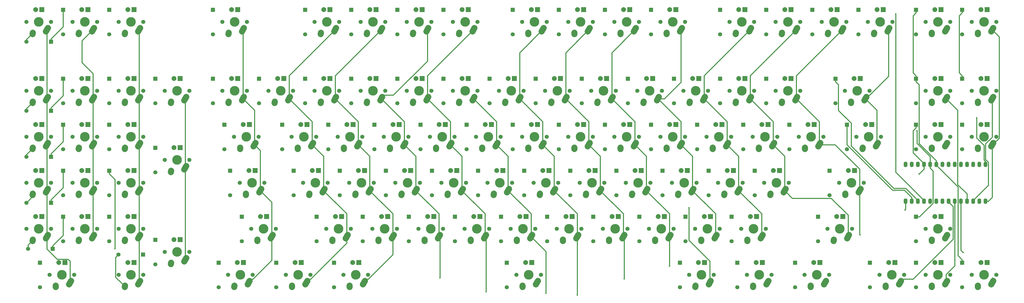
<source format=gbl>
G04 #@! TF.FileFunction,Copper,L2,Bot,Signal*
%FSLAX46Y46*%
G04 Gerber Fmt 4.6, Leading zero omitted, Abs format (unit mm)*
G04 Created by KiCad (PCBNEW 4.0.2-stable) date Sunday, June 05, 2016 'AMt' 11:31:22 AM*
%MOMM*%
G01*
G04 APERTURE LIST*
%ADD10C,0.150000*%
%ADD11C,1.699260*%
%ADD12R,1.699260X1.699260*%
%ADD13C,3.987810*%
%ADD14C,1.701810*%
%ADD15C,2.500000*%
%ADD16R,2.000000X2.000000*%
%ADD17C,2.000000*%
%ADD18O,1.600000X2.300000*%
%ADD19C,0.609600*%
%ADD20C,0.381000*%
G04 APERTURE END LIST*
D10*
D11*
X286277540Y-119460520D03*
D12*
X286277540Y-109300520D03*
D11*
X419627540Y-138510520D03*
D12*
X419627540Y-128350520D03*
D13*
X428625000Y-133350000D03*
D14*
X433705000Y-133350000D03*
X423545000Y-133350000D03*
D15*
X431624547Y-137349954D02*
X432435453Y-135890046D01*
X426085276Y-138429328D02*
X426124724Y-137850672D01*
D16*
X429895000Y-128270000D03*
D17*
X427355000Y-128270000D03*
D11*
X400577540Y-138510520D03*
D12*
X400577540Y-128350520D03*
D13*
X409575000Y-133350000D03*
D14*
X414655000Y-133350000D03*
X404495000Y-133350000D03*
D15*
X412574547Y-137349954D02*
X413385453Y-135890046D01*
X407035276Y-138429328D02*
X407074724Y-137850672D01*
D16*
X410845000Y-128270000D03*
D17*
X408305000Y-128270000D03*
D11*
X381527540Y-138510520D03*
D12*
X381527540Y-128350520D03*
D13*
X390525000Y-133350000D03*
D14*
X395605000Y-133350000D03*
X385445000Y-133350000D03*
D15*
X393524547Y-137349954D02*
X394335453Y-135890046D01*
X387985276Y-138429328D02*
X388024724Y-137850672D01*
D16*
X391795000Y-128270000D03*
D17*
X389255000Y-128270000D03*
D11*
X350571290Y-138510520D03*
D12*
X350571290Y-128350520D03*
D13*
X359568750Y-133350000D03*
D14*
X364648750Y-133350000D03*
X354488750Y-133350000D03*
D15*
X362568297Y-137349954D02*
X363379203Y-135890046D01*
X357029026Y-138429328D02*
X357068474Y-137850672D01*
D16*
X360838750Y-128270000D03*
D17*
X358298750Y-128270000D03*
D11*
X326758790Y-138510520D03*
D12*
X326758790Y-128350520D03*
D13*
X335756250Y-133350000D03*
D14*
X340836250Y-133350000D03*
X330676250Y-133350000D03*
D15*
X338755797Y-137349954D02*
X339566703Y-135890046D01*
X333216526Y-138429328D02*
X333255974Y-137850672D01*
D16*
X337026250Y-128270000D03*
D17*
X334486250Y-128270000D03*
D11*
X303000000Y-138510520D03*
D12*
X303000000Y-128350520D03*
D13*
X311943750Y-133350000D03*
D14*
X317023750Y-133350000D03*
X306863750Y-133350000D03*
D15*
X314943297Y-137349954D02*
X315754203Y-135890046D01*
X309404026Y-138429328D02*
X309443474Y-137850672D01*
D16*
X313213750Y-128270000D03*
D17*
X310673750Y-128270000D03*
D11*
X231508790Y-138510520D03*
D12*
X231508790Y-128350520D03*
D13*
X240506250Y-133350000D03*
D14*
X245586250Y-133350000D03*
X235426250Y-133350000D03*
D15*
X243505797Y-137349954D02*
X244316703Y-135890046D01*
X237966526Y-138429328D02*
X238005974Y-137850672D01*
D16*
X241776250Y-128270000D03*
D17*
X239236250Y-128270000D03*
D11*
X160071290Y-138510520D03*
D12*
X160071290Y-128350520D03*
D13*
X169068750Y-133350000D03*
D14*
X174148750Y-133350000D03*
X163988750Y-133350000D03*
D15*
X172068297Y-137349954D02*
X172879203Y-135890046D01*
X166529026Y-138429328D02*
X166568474Y-137850672D01*
D16*
X170338750Y-128270000D03*
D17*
X167798750Y-128270000D03*
D11*
X136258790Y-138510520D03*
D12*
X136258790Y-128350520D03*
D13*
X145256250Y-133350000D03*
D14*
X150336250Y-133350000D03*
X140176250Y-133350000D03*
D15*
X148255797Y-137349954D02*
X149066703Y-135890046D01*
X142716526Y-138429328D02*
X142755974Y-137850672D01*
D16*
X146526250Y-128270000D03*
D17*
X143986250Y-128270000D03*
D11*
X112446290Y-138510520D03*
D12*
X112446290Y-128350520D03*
D13*
X121443750Y-133350000D03*
D14*
X126523750Y-133350000D03*
X116363750Y-133350000D03*
D15*
X124443297Y-137349954D02*
X125254203Y-135890046D01*
X118904026Y-138429328D02*
X118943474Y-137850672D01*
D16*
X122713750Y-128270000D03*
D17*
X120173750Y-128270000D03*
D11*
X71000000Y-125000000D03*
D12*
X81160000Y-125000000D03*
D13*
X76200000Y-133350000D03*
D14*
X81280000Y-133350000D03*
X71120000Y-133350000D03*
D15*
X79199547Y-137349954D02*
X80010453Y-135890046D01*
X73660276Y-138429328D02*
X73699724Y-137850672D01*
D16*
X77470000Y-128270000D03*
D17*
X74930000Y-128270000D03*
D11*
X38627540Y-138510520D03*
D12*
X38627540Y-128350520D03*
D13*
X47625000Y-133350000D03*
D14*
X52705000Y-133350000D03*
X42545000Y-133350000D03*
D15*
X50624547Y-137349954D02*
X51435453Y-135890046D01*
X45085276Y-138429328D02*
X45124724Y-137850672D01*
D16*
X48895000Y-128270000D03*
D17*
X46355000Y-128270000D03*
D11*
X400577540Y-119460520D03*
D12*
X400577540Y-109300520D03*
D13*
X409575000Y-114300000D03*
D14*
X414655000Y-114300000D03*
X404495000Y-114300000D03*
D15*
X412574547Y-118299954D02*
X413385453Y-116840046D01*
X407035276Y-119379328D02*
X407074724Y-118800672D01*
D16*
X410845000Y-109220000D03*
D17*
X408305000Y-109220000D03*
D11*
X360096290Y-119460520D03*
D12*
X360096290Y-109300520D03*
D13*
X369093750Y-114300000D03*
D14*
X374173750Y-114300000D03*
X364013750Y-114300000D03*
D15*
X372093297Y-118299954D02*
X372904203Y-116840046D01*
X366554026Y-119379328D02*
X366593474Y-118800672D01*
D16*
X370363750Y-109220000D03*
D17*
X367823750Y-109220000D03*
D11*
X324377540Y-119460520D03*
D12*
X324377540Y-109300520D03*
D13*
X333375000Y-114300000D03*
D14*
X338455000Y-114300000D03*
X328295000Y-114300000D03*
D15*
X336374547Y-118299954D02*
X337185453Y-116840046D01*
X330835276Y-119379328D02*
X330874724Y-118800672D01*
D16*
X334645000Y-109220000D03*
D17*
X332105000Y-109220000D03*
D11*
X305327540Y-119460520D03*
D12*
X305327540Y-109300520D03*
D13*
X314325000Y-114300000D03*
D14*
X319405000Y-114300000D03*
X309245000Y-114300000D03*
D15*
X317324547Y-118299954D02*
X318135453Y-116840046D01*
X311785276Y-119379328D02*
X311824724Y-118800672D01*
D16*
X315595000Y-109220000D03*
D17*
X313055000Y-109220000D03*
D13*
X295275000Y-114300000D03*
D14*
X300355000Y-114300000D03*
X290195000Y-114300000D03*
D15*
X298274547Y-118299954D02*
X299085453Y-116840046D01*
X292735276Y-119379328D02*
X292774724Y-118800672D01*
D16*
X296545000Y-109220000D03*
D17*
X294005000Y-109220000D03*
D11*
X267227540Y-119460520D03*
D12*
X267227540Y-109300520D03*
D13*
X276225000Y-114300000D03*
D14*
X281305000Y-114300000D03*
X271145000Y-114300000D03*
D15*
X279224547Y-118299954D02*
X280035453Y-116840046D01*
X273685276Y-119379328D02*
X273724724Y-118800672D01*
D16*
X277495000Y-109220000D03*
D17*
X274955000Y-109220000D03*
D11*
X248177540Y-119460520D03*
D12*
X248177540Y-109300520D03*
D13*
X257175000Y-114300000D03*
D14*
X262255000Y-114300000D03*
X252095000Y-114300000D03*
D15*
X260174547Y-118299954D02*
X260985453Y-116840046D01*
X254635276Y-119379328D02*
X254674724Y-118800672D01*
D16*
X258445000Y-109220000D03*
D17*
X255905000Y-109220000D03*
D11*
X229127540Y-119460520D03*
D12*
X229127540Y-109300520D03*
D13*
X238125000Y-114300000D03*
D14*
X243205000Y-114300000D03*
X233045000Y-114300000D03*
D15*
X241124547Y-118299954D02*
X241935453Y-116840046D01*
X235585276Y-119379328D02*
X235624724Y-118800672D01*
D16*
X239395000Y-109220000D03*
D17*
X236855000Y-109220000D03*
D11*
X210077540Y-119460520D03*
D12*
X210077540Y-109300520D03*
D13*
X219075000Y-114300000D03*
D14*
X224155000Y-114300000D03*
X213995000Y-114300000D03*
D15*
X222074547Y-118299954D02*
X222885453Y-116840046D01*
X216535276Y-119379328D02*
X216574724Y-118800672D01*
D16*
X220345000Y-109220000D03*
D17*
X217805000Y-109220000D03*
D11*
X191027540Y-119460520D03*
D12*
X191027540Y-109300520D03*
D13*
X200025000Y-114300000D03*
D14*
X205105000Y-114300000D03*
X194945000Y-114300000D03*
D15*
X203024547Y-118299954D02*
X203835453Y-116840046D01*
X197485276Y-119379328D02*
X197524724Y-118800672D01*
D16*
X201295000Y-109220000D03*
D17*
X198755000Y-109220000D03*
D11*
X171977540Y-119460520D03*
D12*
X171977540Y-109300520D03*
D13*
X180975000Y-114300000D03*
D14*
X186055000Y-114300000D03*
X175895000Y-114300000D03*
D15*
X183974547Y-118299954D02*
X184785453Y-116840046D01*
X178435276Y-119379328D02*
X178474724Y-118800672D01*
D16*
X182245000Y-109220000D03*
D17*
X179705000Y-109220000D03*
D11*
X152927540Y-119460520D03*
D12*
X152927540Y-109300520D03*
D13*
X161925000Y-114300000D03*
D14*
X167005000Y-114300000D03*
X156845000Y-114300000D03*
D15*
X164924547Y-118299954D02*
X165735453Y-116840046D01*
X159385276Y-119379328D02*
X159424724Y-118800672D01*
D16*
X163195000Y-109220000D03*
D17*
X160655000Y-109220000D03*
D11*
X121971290Y-119460520D03*
D12*
X121971290Y-109300520D03*
D13*
X130968750Y-114300000D03*
D14*
X136048750Y-114300000D03*
X125888750Y-114300000D03*
D15*
X133968297Y-118299954D02*
X134779203Y-116840046D01*
X128429026Y-119379328D02*
X128468474Y-118800672D01*
D16*
X132238750Y-109220000D03*
D17*
X129698750Y-109220000D03*
D11*
X86252540Y-128985520D03*
D12*
X86252540Y-118825520D03*
D13*
X95250000Y-123825000D03*
D14*
X100330000Y-123825000D03*
X90170000Y-123825000D03*
D15*
X98249547Y-127824954D02*
X99060453Y-126365046D01*
X92710276Y-128904328D02*
X92749724Y-128325672D01*
D16*
X96520000Y-118745000D03*
D17*
X93980000Y-118745000D03*
D11*
X67202540Y-119460520D03*
D12*
X67202540Y-109300520D03*
D13*
X76200000Y-114300000D03*
D14*
X81280000Y-114300000D03*
X71120000Y-114300000D03*
D15*
X79199547Y-118299954D02*
X80010453Y-116840046D01*
X73660276Y-119379328D02*
X73699724Y-118800672D01*
D16*
X77470000Y-109220000D03*
D17*
X74930000Y-109220000D03*
D11*
X48152540Y-119460520D03*
D12*
X48152540Y-109300520D03*
D13*
X57150000Y-114300000D03*
D14*
X62230000Y-114300000D03*
X52070000Y-114300000D03*
D15*
X60149547Y-118299954D02*
X60960453Y-116840046D01*
X54610276Y-119379328D02*
X54649724Y-118800672D01*
D16*
X58420000Y-109220000D03*
D17*
X55880000Y-109220000D03*
D11*
X33655000Y-122555000D03*
D12*
X43815000Y-122555000D03*
D13*
X38100000Y-114300000D03*
D14*
X43180000Y-114300000D03*
X33020000Y-114300000D03*
D15*
X41099547Y-118299954D02*
X41910453Y-116840046D01*
X35560276Y-119379328D02*
X35599724Y-118800672D01*
D16*
X39370000Y-109220000D03*
D17*
X36830000Y-109220000D03*
D11*
X364858790Y-100410520D03*
D12*
X364858790Y-90250520D03*
D13*
X373856250Y-95250000D03*
D14*
X378936250Y-95250000D03*
X368776250Y-95250000D03*
D15*
X376855797Y-99249954D02*
X377666703Y-97790046D01*
X371316526Y-100329328D02*
X371355974Y-99750672D01*
D16*
X375126250Y-90170000D03*
D17*
X372586250Y-90170000D03*
D11*
X333902540Y-100410520D03*
D12*
X333902540Y-90250520D03*
D13*
X342900000Y-95250000D03*
D14*
X347980000Y-95250000D03*
X337820000Y-95250000D03*
D15*
X345899547Y-99249954D02*
X346710453Y-97790046D01*
X340360276Y-100329328D02*
X340399724Y-99750672D01*
D16*
X344170000Y-90170000D03*
D17*
X341630000Y-90170000D03*
D11*
X314852540Y-100410520D03*
D12*
X314852540Y-90250520D03*
D13*
X323850000Y-95250000D03*
D14*
X328930000Y-95250000D03*
X318770000Y-95250000D03*
D15*
X326849547Y-99249954D02*
X327660453Y-97790046D01*
X321310276Y-100329328D02*
X321349724Y-99750672D01*
D16*
X325120000Y-90170000D03*
D17*
X322580000Y-90170000D03*
D11*
X295802540Y-100410520D03*
D12*
X295802540Y-90250520D03*
D13*
X304800000Y-95250000D03*
D14*
X309880000Y-95250000D03*
X299720000Y-95250000D03*
D15*
X307799547Y-99249954D02*
X308610453Y-97790046D01*
X302260276Y-100329328D02*
X302299724Y-99750672D01*
D16*
X306070000Y-90170000D03*
D17*
X303530000Y-90170000D03*
D11*
X276752540Y-100410520D03*
D12*
X276752540Y-90250520D03*
D13*
X285750000Y-95250000D03*
D14*
X290830000Y-95250000D03*
X280670000Y-95250000D03*
D15*
X288749547Y-99249954D02*
X289560453Y-97790046D01*
X283210276Y-100329328D02*
X283249724Y-99750672D01*
D16*
X287020000Y-90170000D03*
D17*
X284480000Y-90170000D03*
D11*
X257702540Y-100410520D03*
D12*
X257702540Y-90250520D03*
D13*
X266700000Y-95250000D03*
D14*
X271780000Y-95250000D03*
X261620000Y-95250000D03*
D15*
X269699547Y-99249954D02*
X270510453Y-97790046D01*
X264160276Y-100329328D02*
X264199724Y-99750672D01*
D16*
X267970000Y-90170000D03*
D17*
X265430000Y-90170000D03*
D11*
X238652540Y-100410520D03*
D12*
X238652540Y-90250520D03*
D13*
X247650000Y-95250000D03*
D14*
X252730000Y-95250000D03*
X242570000Y-95250000D03*
D15*
X250649547Y-99249954D02*
X251460453Y-97790046D01*
X245110276Y-100329328D02*
X245149724Y-99750672D01*
D16*
X248920000Y-90170000D03*
D17*
X246380000Y-90170000D03*
D11*
X219602540Y-100410520D03*
D12*
X219602540Y-90250520D03*
D13*
X228600000Y-95250000D03*
D14*
X233680000Y-95250000D03*
X223520000Y-95250000D03*
D15*
X231599547Y-99249954D02*
X232410453Y-97790046D01*
X226060276Y-100329328D02*
X226099724Y-99750672D01*
D16*
X229870000Y-90170000D03*
D17*
X227330000Y-90170000D03*
D11*
X200552540Y-100410520D03*
D12*
X200552540Y-90250520D03*
D13*
X209550000Y-95250000D03*
D14*
X214630000Y-95250000D03*
X204470000Y-95250000D03*
D15*
X212549547Y-99249954D02*
X213360453Y-97790046D01*
X207010276Y-100329328D02*
X207049724Y-99750672D01*
D16*
X210820000Y-90170000D03*
D17*
X208280000Y-90170000D03*
D11*
X181502540Y-100410520D03*
D12*
X181502540Y-90250520D03*
D13*
X190500000Y-95250000D03*
D14*
X195580000Y-95250000D03*
X185420000Y-95250000D03*
D15*
X193499547Y-99249954D02*
X194310453Y-97790046D01*
X187960276Y-100329328D02*
X187999724Y-99750672D01*
D16*
X191770000Y-90170000D03*
D17*
X189230000Y-90170000D03*
D11*
X162452540Y-100410520D03*
D12*
X162452540Y-90250520D03*
D13*
X171450000Y-95250000D03*
D14*
X176530000Y-95250000D03*
X166370000Y-95250000D03*
D15*
X174449547Y-99249954D02*
X175260453Y-97790046D01*
X168910276Y-100329328D02*
X168949724Y-99750672D01*
D16*
X172720000Y-90170000D03*
D17*
X170180000Y-90170000D03*
D11*
X143402540Y-100410520D03*
D12*
X143402540Y-90250520D03*
D13*
X152400000Y-95250000D03*
D14*
X157480000Y-95250000D03*
X147320000Y-95250000D03*
D15*
X155399547Y-99249954D02*
X156210453Y-97790046D01*
X149860276Y-100329328D02*
X149899724Y-99750672D01*
D16*
X153670000Y-90170000D03*
D17*
X151130000Y-90170000D03*
D11*
X117208790Y-100410520D03*
D12*
X117208790Y-90250520D03*
D13*
X126206250Y-95250000D03*
D14*
X131286250Y-95250000D03*
X121126250Y-95250000D03*
D15*
X129205797Y-99249954D02*
X130016703Y-97790046D01*
X123666526Y-100329328D02*
X123705974Y-99750672D01*
D16*
X127476250Y-90170000D03*
D17*
X124936250Y-90170000D03*
D11*
X67202540Y-100410520D03*
D12*
X67202540Y-90250520D03*
D13*
X76200000Y-95250000D03*
D14*
X81280000Y-95250000D03*
X71120000Y-95250000D03*
D15*
X79199547Y-99249954D02*
X80010453Y-97790046D01*
X73660276Y-100329328D02*
X73699724Y-99750672D01*
D16*
X77470000Y-90170000D03*
D17*
X74930000Y-90170000D03*
D11*
X48152540Y-100410520D03*
D12*
X48152540Y-90250520D03*
D13*
X57150000Y-95250000D03*
D14*
X62230000Y-95250000D03*
X52070000Y-95250000D03*
D15*
X60149547Y-99249954D02*
X60960453Y-97790046D01*
X54610276Y-100329328D02*
X54649724Y-99750672D01*
D16*
X58420000Y-90170000D03*
D17*
X55880000Y-90170000D03*
D11*
X33020000Y-103505000D03*
D12*
X43180000Y-103505000D03*
D13*
X38100000Y-95250000D03*
D14*
X43180000Y-95250000D03*
X33020000Y-95250000D03*
D15*
X41099547Y-99249954D02*
X41910453Y-97790046D01*
X35560276Y-100329328D02*
X35599724Y-99750672D01*
D16*
X39370000Y-90170000D03*
D17*
X36830000Y-90170000D03*
D11*
X419627540Y-81360520D03*
D12*
X419627540Y-71200520D03*
D13*
X428625000Y-76200000D03*
D14*
X433705000Y-76200000D03*
X423545000Y-76200000D03*
D15*
X431624547Y-80199954D02*
X432435453Y-78740046D01*
X426085276Y-81279328D02*
X426124724Y-80700672D01*
D16*
X429895000Y-71120000D03*
D17*
X427355000Y-71120000D03*
D11*
X400577540Y-81360520D03*
D12*
X400577540Y-71200520D03*
D13*
X409575000Y-76200000D03*
D14*
X414655000Y-76200000D03*
X404495000Y-76200000D03*
D15*
X412574547Y-80199954D02*
X413385453Y-78740046D01*
X407035276Y-81279328D02*
X407074724Y-80700672D01*
D16*
X410845000Y-71120000D03*
D17*
X408305000Y-71120000D03*
D11*
X372002540Y-81360520D03*
D12*
X372002540Y-71200520D03*
D13*
X381000000Y-76200000D03*
D14*
X386080000Y-76200000D03*
X375920000Y-76200000D03*
D15*
X383999547Y-80199954D02*
X384810453Y-78740046D01*
X378460276Y-81279328D02*
X378499724Y-80700672D01*
D16*
X382270000Y-71120000D03*
D17*
X379730000Y-71120000D03*
D11*
X348190040Y-81360520D03*
D12*
X348190040Y-71200520D03*
D13*
X357187500Y-76200000D03*
D14*
X362267500Y-76200000D03*
X352107500Y-76200000D03*
D15*
X360187047Y-80199954D02*
X360997953Y-78740046D01*
X354647776Y-81279328D02*
X354687224Y-80700672D01*
D16*
X358457500Y-71120000D03*
D17*
X355917500Y-71120000D03*
D11*
X329140040Y-81360520D03*
D12*
X329140040Y-71200520D03*
D13*
X338137500Y-76200000D03*
D14*
X343217500Y-76200000D03*
X333057500Y-76200000D03*
D15*
X341137047Y-80199954D02*
X341947953Y-78740046D01*
X335597776Y-81279328D02*
X335637224Y-80700672D01*
D16*
X339407500Y-71120000D03*
D17*
X336867500Y-71120000D03*
D11*
X310090040Y-81360520D03*
D12*
X310090040Y-71200520D03*
D13*
X319087500Y-76200000D03*
D14*
X324167500Y-76200000D03*
X314007500Y-76200000D03*
D15*
X322087047Y-80199954D02*
X322897953Y-78740046D01*
X316547776Y-81279328D02*
X316587224Y-80700672D01*
D16*
X320357500Y-71120000D03*
D17*
X317817500Y-71120000D03*
D11*
X291040040Y-81360520D03*
D12*
X291040040Y-71200520D03*
D13*
X300037500Y-76200000D03*
D14*
X305117500Y-76200000D03*
X294957500Y-76200000D03*
D15*
X303037047Y-80199954D02*
X303847953Y-78740046D01*
X297497776Y-81279328D02*
X297537224Y-80700672D01*
D16*
X301307500Y-71120000D03*
D17*
X298767500Y-71120000D03*
D11*
X271990040Y-81360520D03*
D12*
X271990040Y-71200520D03*
D13*
X280987500Y-76200000D03*
D14*
X286067500Y-76200000D03*
X275907500Y-76200000D03*
D15*
X283987047Y-80199954D02*
X284797953Y-78740046D01*
X278447776Y-81279328D02*
X278487224Y-80700672D01*
D16*
X282257500Y-71120000D03*
D17*
X279717500Y-71120000D03*
D11*
X252940040Y-81360520D03*
D12*
X252940040Y-71200520D03*
D13*
X261937500Y-76200000D03*
D14*
X267017500Y-76200000D03*
X256857500Y-76200000D03*
D15*
X264937047Y-80199954D02*
X265747953Y-78740046D01*
X259397776Y-81279328D02*
X259437224Y-80700672D01*
D16*
X263207500Y-71120000D03*
D17*
X260667500Y-71120000D03*
D11*
X233890040Y-81360520D03*
D12*
X233890040Y-71200520D03*
D13*
X242887500Y-76200000D03*
D14*
X247967500Y-76200000D03*
X237807500Y-76200000D03*
D15*
X245887047Y-80199954D02*
X246697953Y-78740046D01*
X240347776Y-81279328D02*
X240387224Y-80700672D01*
D16*
X244157500Y-71120000D03*
D17*
X241617500Y-71120000D03*
D11*
X214840040Y-81360520D03*
D12*
X214840040Y-71200520D03*
D13*
X223837500Y-76200000D03*
D14*
X228917500Y-76200000D03*
X218757500Y-76200000D03*
D15*
X226837047Y-80199954D02*
X227647953Y-78740046D01*
X221297776Y-81279328D02*
X221337224Y-80700672D01*
D16*
X225107500Y-71120000D03*
D17*
X222567500Y-71120000D03*
D11*
X195790040Y-81360520D03*
D12*
X195790040Y-71200520D03*
D13*
X204787500Y-76200000D03*
D14*
X209867500Y-76200000D03*
X199707500Y-76200000D03*
D15*
X207787047Y-80199954D02*
X208597953Y-78740046D01*
X202247776Y-81279328D02*
X202287224Y-80700672D01*
D16*
X206057500Y-71120000D03*
D17*
X203517500Y-71120000D03*
D11*
X176740040Y-81360520D03*
D12*
X176740040Y-71200520D03*
D13*
X185737500Y-76200000D03*
D14*
X190817500Y-76200000D03*
X180657500Y-76200000D03*
D15*
X188737047Y-80199954D02*
X189547953Y-78740046D01*
X183197776Y-81279328D02*
X183237224Y-80700672D01*
D16*
X187007500Y-71120000D03*
D17*
X184467500Y-71120000D03*
D11*
X157690040Y-81360520D03*
D12*
X157690040Y-71200520D03*
D13*
X166687500Y-76200000D03*
D14*
X171767500Y-76200000D03*
X161607500Y-76200000D03*
D15*
X169687047Y-80199954D02*
X170497953Y-78740046D01*
X164147776Y-81279328D02*
X164187224Y-80700672D01*
D16*
X167957500Y-71120000D03*
D17*
X165417500Y-71120000D03*
D11*
X138640040Y-81360520D03*
D12*
X138640040Y-71200520D03*
D13*
X147637500Y-76200000D03*
D14*
X152717500Y-76200000D03*
X142557500Y-76200000D03*
D15*
X150637047Y-80199954D02*
X151447953Y-78740046D01*
X145097776Y-81279328D02*
X145137224Y-80700672D01*
D16*
X148907500Y-71120000D03*
D17*
X146367500Y-71120000D03*
D11*
X114827540Y-81360520D03*
D12*
X114827540Y-71200520D03*
D13*
X123825000Y-76200000D03*
D14*
X128905000Y-76200000D03*
X118745000Y-76200000D03*
D15*
X126824547Y-80199954D02*
X127635453Y-78740046D01*
X121285276Y-81279328D02*
X121324724Y-80700672D01*
D16*
X125095000Y-71120000D03*
D17*
X122555000Y-71120000D03*
D11*
X86252540Y-90885520D03*
D12*
X86252540Y-80725520D03*
D13*
X95250000Y-85725000D03*
D14*
X100330000Y-85725000D03*
X90170000Y-85725000D03*
D15*
X98249547Y-89724954D02*
X99060453Y-88265046D01*
X92710276Y-90804328D02*
X92749724Y-90225672D01*
D16*
X96520000Y-80645000D03*
D17*
X93980000Y-80645000D03*
D11*
X67202540Y-81360520D03*
D12*
X67202540Y-71200520D03*
D13*
X76200000Y-76200000D03*
D14*
X81280000Y-76200000D03*
X71120000Y-76200000D03*
D15*
X79199547Y-80199954D02*
X80010453Y-78740046D01*
X73660276Y-81279328D02*
X73699724Y-80700672D01*
D16*
X77470000Y-71120000D03*
D17*
X74930000Y-71120000D03*
D11*
X48152540Y-81360520D03*
D12*
X48152540Y-71200520D03*
D13*
X57150000Y-76200000D03*
D14*
X62230000Y-76200000D03*
X52070000Y-76200000D03*
D15*
X60149547Y-80199954D02*
X60960453Y-78740046D01*
X54610276Y-81279328D02*
X54649724Y-80700672D01*
D16*
X58420000Y-71120000D03*
D17*
X55880000Y-71120000D03*
D11*
X33020000Y-84455000D03*
D12*
X43180000Y-84455000D03*
D13*
X38100000Y-76200000D03*
D14*
X43180000Y-76200000D03*
X33020000Y-76200000D03*
D15*
X41099547Y-80199954D02*
X41910453Y-78740046D01*
X35560276Y-81279328D02*
X35599724Y-80700672D01*
D16*
X39370000Y-71120000D03*
D17*
X36830000Y-71120000D03*
D11*
X419627540Y-62310520D03*
D12*
X419627540Y-52150520D03*
D13*
X428625000Y-57150000D03*
D14*
X433705000Y-57150000D03*
X423545000Y-57150000D03*
D15*
X431624547Y-61149954D02*
X432435453Y-59690046D01*
X426085276Y-62229328D02*
X426124724Y-61650672D01*
D16*
X429895000Y-52070000D03*
D17*
X427355000Y-52070000D03*
D11*
X400577540Y-62310520D03*
D12*
X400577540Y-52150520D03*
D13*
X409575000Y-57150000D03*
D14*
X414655000Y-57150000D03*
X404495000Y-57150000D03*
D15*
X412574547Y-61149954D02*
X413385453Y-59690046D01*
X407035276Y-62229328D02*
X407074724Y-61650672D01*
D16*
X410845000Y-52070000D03*
D17*
X408305000Y-52070000D03*
D11*
X367240040Y-62310520D03*
D12*
X367240040Y-52150520D03*
D13*
X376237500Y-57150000D03*
D14*
X381317500Y-57150000D03*
X371157500Y-57150000D03*
D15*
X379237047Y-61149954D02*
X380047953Y-59690046D01*
X373697776Y-62229328D02*
X373737224Y-61650672D01*
D16*
X377507500Y-52070000D03*
D17*
X374967500Y-52070000D03*
D11*
X338665040Y-62310520D03*
D12*
X338665040Y-52150520D03*
D13*
X347662500Y-57150000D03*
D14*
X352742500Y-57150000D03*
X342582500Y-57150000D03*
D15*
X350662047Y-61149954D02*
X351472953Y-59690046D01*
X345122776Y-62229328D02*
X345162224Y-61650672D01*
D16*
X348932500Y-52070000D03*
D17*
X346392500Y-52070000D03*
D11*
X319615040Y-62310520D03*
D12*
X319615040Y-52150520D03*
D13*
X328612500Y-57150000D03*
D14*
X333692500Y-57150000D03*
X323532500Y-57150000D03*
D15*
X331612047Y-61149954D02*
X332422953Y-59690046D01*
X326072776Y-62229328D02*
X326112224Y-61650672D01*
D16*
X329882500Y-52070000D03*
D17*
X327342500Y-52070000D03*
D11*
X300565040Y-62310520D03*
D12*
X300565040Y-52150520D03*
D13*
X309562500Y-57150000D03*
D14*
X314642500Y-57150000D03*
X304482500Y-57150000D03*
D15*
X312562047Y-61149954D02*
X313372953Y-59690046D01*
X307022776Y-62229328D02*
X307062224Y-61650672D01*
D16*
X310832500Y-52070000D03*
D17*
X308292500Y-52070000D03*
D11*
X281515040Y-62310520D03*
D12*
X281515040Y-52150520D03*
D13*
X290512500Y-57150000D03*
D14*
X295592500Y-57150000D03*
X285432500Y-57150000D03*
D15*
X293512047Y-61149954D02*
X294322953Y-59690046D01*
X287972776Y-62229328D02*
X288012224Y-61650672D01*
D16*
X291782500Y-52070000D03*
D17*
X289242500Y-52070000D03*
D11*
X262465040Y-62310520D03*
D12*
X262465040Y-52150520D03*
D13*
X271462500Y-57150000D03*
D14*
X276542500Y-57150000D03*
X266382500Y-57150000D03*
D15*
X274462047Y-61149954D02*
X275272953Y-59690046D01*
X268922776Y-62229328D02*
X268962224Y-61650672D01*
D16*
X272732500Y-52070000D03*
D17*
X270192500Y-52070000D03*
D11*
X243415040Y-62310520D03*
D12*
X243415040Y-52150520D03*
D13*
X252412500Y-57150000D03*
D14*
X257492500Y-57150000D03*
X247332500Y-57150000D03*
D15*
X255412047Y-61149954D02*
X256222953Y-59690046D01*
X249872776Y-62229328D02*
X249912224Y-61650672D01*
D16*
X253682500Y-52070000D03*
D17*
X251142500Y-52070000D03*
D11*
X224365040Y-62310520D03*
D12*
X224365040Y-52150520D03*
D13*
X233362500Y-57150000D03*
D14*
X238442500Y-57150000D03*
X228282500Y-57150000D03*
D15*
X236362047Y-61149954D02*
X237172953Y-59690046D01*
X230822776Y-62229328D02*
X230862224Y-61650672D01*
D16*
X234632500Y-52070000D03*
D17*
X232092500Y-52070000D03*
D11*
X205315040Y-62310520D03*
D12*
X205315040Y-52150520D03*
D13*
X214312500Y-57150000D03*
D14*
X219392500Y-57150000D03*
X209232500Y-57150000D03*
D15*
X217312047Y-61149954D02*
X218122953Y-59690046D01*
X211772776Y-62229328D02*
X211812224Y-61650672D01*
D16*
X215582500Y-52070000D03*
D17*
X213042500Y-52070000D03*
D11*
X186265040Y-62310520D03*
D12*
X186265040Y-52150520D03*
D13*
X195262500Y-57150000D03*
D14*
X200342500Y-57150000D03*
X190182500Y-57150000D03*
D15*
X198262047Y-61149954D02*
X199072953Y-59690046D01*
X192722776Y-62229328D02*
X192762224Y-61650672D01*
D16*
X196532500Y-52070000D03*
D17*
X193992500Y-52070000D03*
D11*
X167215040Y-62310520D03*
D12*
X167215040Y-52150520D03*
D13*
X176212500Y-57150000D03*
D14*
X181292500Y-57150000D03*
X171132500Y-57150000D03*
D15*
X179212047Y-61149954D02*
X180022953Y-59690046D01*
X173672776Y-62229328D02*
X173712224Y-61650672D01*
D16*
X177482500Y-52070000D03*
D17*
X174942500Y-52070000D03*
D11*
X148165040Y-62310520D03*
D12*
X148165040Y-52150520D03*
D13*
X157162500Y-57150000D03*
D14*
X162242500Y-57150000D03*
X152082500Y-57150000D03*
D15*
X160162047Y-61149954D02*
X160972953Y-59690046D01*
X154622776Y-62229328D02*
X154662224Y-61650672D01*
D16*
X158432500Y-52070000D03*
D17*
X155892500Y-52070000D03*
D11*
X129115040Y-62310520D03*
D12*
X129115040Y-52150520D03*
D13*
X138112500Y-57150000D03*
D14*
X143192500Y-57150000D03*
X133032500Y-57150000D03*
D15*
X141112047Y-61149954D02*
X141922953Y-59690046D01*
X135572776Y-62229328D02*
X135612224Y-61650672D01*
D16*
X139382500Y-52070000D03*
D17*
X136842500Y-52070000D03*
D11*
X110065040Y-62310520D03*
D12*
X110065040Y-52150520D03*
D13*
X119062500Y-57150000D03*
D14*
X124142500Y-57150000D03*
X113982500Y-57150000D03*
D15*
X122062047Y-61149954D02*
X122872953Y-59690046D01*
X116522776Y-62229328D02*
X116562224Y-61650672D01*
D16*
X120332500Y-52070000D03*
D17*
X117792500Y-52070000D03*
D11*
X86252540Y-62310520D03*
D12*
X86252540Y-52150520D03*
D13*
X95250000Y-57150000D03*
D14*
X100330000Y-57150000D03*
X90170000Y-57150000D03*
D15*
X98249547Y-61149954D02*
X99060453Y-59690046D01*
X92710276Y-62229328D02*
X92749724Y-61650672D01*
D16*
X96520000Y-52070000D03*
D17*
X93980000Y-52070000D03*
D11*
X67202540Y-62310520D03*
D12*
X67202540Y-52150520D03*
D13*
X76200000Y-57150000D03*
D14*
X81280000Y-57150000D03*
X71120000Y-57150000D03*
D15*
X79199547Y-61149954D02*
X80010453Y-59690046D01*
X73660276Y-62229328D02*
X73699724Y-61650672D01*
D16*
X77470000Y-52070000D03*
D17*
X74930000Y-52070000D03*
D11*
X48152540Y-62310520D03*
D12*
X48152540Y-52150520D03*
D13*
X57150000Y-57150000D03*
D14*
X62230000Y-57150000D03*
X52070000Y-57150000D03*
D15*
X60149547Y-61149954D02*
X60960453Y-59690046D01*
X54610276Y-62229328D02*
X54649724Y-61650672D01*
D16*
X58420000Y-52070000D03*
D17*
X55880000Y-52070000D03*
D11*
X33020000Y-65405000D03*
D12*
X43180000Y-65405000D03*
D13*
X38100000Y-57150000D03*
D14*
X43180000Y-57150000D03*
X33020000Y-57150000D03*
D15*
X41099547Y-61149954D02*
X41910453Y-59690046D01*
X35560276Y-62229328D02*
X35599724Y-61650672D01*
D16*
X39370000Y-52070000D03*
D17*
X36830000Y-52070000D03*
D11*
X419627540Y-33735520D03*
D12*
X419627540Y-23575520D03*
D13*
X428625000Y-28575000D03*
D14*
X433705000Y-28575000D03*
X423545000Y-28575000D03*
D15*
X431624547Y-32574954D02*
X432435453Y-31115046D01*
X426085276Y-33654328D02*
X426124724Y-33075672D01*
D16*
X429895000Y-23495000D03*
D17*
X427355000Y-23495000D03*
D11*
X400577540Y-33735520D03*
D12*
X400577540Y-23575520D03*
D13*
X409575000Y-28575000D03*
D14*
X414655000Y-28575000D03*
X404495000Y-28575000D03*
D15*
X412574547Y-32574954D02*
X413385453Y-31115046D01*
X407035276Y-33654328D02*
X407074724Y-33075672D01*
D16*
X410845000Y-23495000D03*
D17*
X408305000Y-23495000D03*
D11*
X376765040Y-33735520D03*
D12*
X376765040Y-23575520D03*
D13*
X385762500Y-28575000D03*
D14*
X390842500Y-28575000D03*
X380682500Y-28575000D03*
D15*
X388762047Y-32574954D02*
X389572953Y-31115046D01*
X383222776Y-33654328D02*
X383262224Y-33075672D01*
D16*
X387032500Y-23495000D03*
D17*
X384492500Y-23495000D03*
D11*
X357715040Y-33735520D03*
D12*
X357715040Y-23575520D03*
D13*
X366712500Y-28575000D03*
D14*
X371792500Y-28575000D03*
X361632500Y-28575000D03*
D15*
X369712047Y-32574954D02*
X370522953Y-31115046D01*
X364172776Y-33654328D02*
X364212224Y-33075672D01*
D16*
X367982500Y-23495000D03*
D17*
X365442500Y-23495000D03*
D11*
X338665040Y-33735520D03*
D12*
X338665040Y-23575520D03*
D13*
X347662500Y-28575000D03*
D14*
X352742500Y-28575000D03*
X342582500Y-28575000D03*
D15*
X350662047Y-32574954D02*
X351472953Y-31115046D01*
X345122776Y-33654328D02*
X345162224Y-33075672D01*
D16*
X348932500Y-23495000D03*
D17*
X346392500Y-23495000D03*
D11*
X319615040Y-33735520D03*
D12*
X319615040Y-23575520D03*
D13*
X328612500Y-28575000D03*
D14*
X333692500Y-28575000D03*
X323532500Y-28575000D03*
D15*
X331612047Y-32574954D02*
X332422953Y-31115046D01*
X326072776Y-33654328D02*
X326112224Y-33075672D01*
D16*
X329882500Y-23495000D03*
D17*
X327342500Y-23495000D03*
D11*
X291040040Y-33735520D03*
D12*
X291040040Y-23575520D03*
D13*
X300037500Y-28575000D03*
D14*
X305117500Y-28575000D03*
X294957500Y-28575000D03*
D15*
X303037047Y-32574954D02*
X303847953Y-31115046D01*
X297497776Y-33654328D02*
X297537224Y-33075672D01*
D16*
X301307500Y-23495000D03*
D17*
X298767500Y-23495000D03*
D11*
X271990040Y-33735520D03*
D12*
X271990040Y-23575520D03*
D13*
X280987500Y-28575000D03*
D14*
X286067500Y-28575000D03*
X275907500Y-28575000D03*
D15*
X283987047Y-32574954D02*
X284797953Y-31115046D01*
X278447776Y-33654328D02*
X278487224Y-33075672D01*
D16*
X282257500Y-23495000D03*
D17*
X279717500Y-23495000D03*
D11*
X252940040Y-33735520D03*
D12*
X252940040Y-23575520D03*
D13*
X261937500Y-28575000D03*
D14*
X267017500Y-28575000D03*
X256857500Y-28575000D03*
D15*
X264937047Y-32574954D02*
X265747953Y-31115046D01*
X259397776Y-33654328D02*
X259437224Y-33075672D01*
D16*
X263207500Y-23495000D03*
D17*
X260667500Y-23495000D03*
D11*
X233890040Y-33735520D03*
D12*
X233890040Y-23575520D03*
D13*
X242887500Y-28575000D03*
D14*
X247967500Y-28575000D03*
X237807500Y-28575000D03*
D15*
X245887047Y-32574954D02*
X246697953Y-31115046D01*
X240347776Y-33654328D02*
X240387224Y-33075672D01*
D16*
X244157500Y-23495000D03*
D17*
X241617500Y-23495000D03*
D11*
X205315040Y-33735520D03*
D12*
X205315040Y-23575520D03*
D13*
X214312500Y-28575000D03*
D14*
X219392500Y-28575000D03*
X209232500Y-28575000D03*
D15*
X217312047Y-32574954D02*
X218122953Y-31115046D01*
X211772776Y-33654328D02*
X211812224Y-33075672D01*
D16*
X215582500Y-23495000D03*
D17*
X213042500Y-23495000D03*
D11*
X186265040Y-33735520D03*
D12*
X186265040Y-23575520D03*
D13*
X195262500Y-28575000D03*
D14*
X200342500Y-28575000D03*
X190182500Y-28575000D03*
D15*
X198262047Y-32574954D02*
X199072953Y-31115046D01*
X192722776Y-33654328D02*
X192762224Y-33075672D01*
D16*
X196532500Y-23495000D03*
D17*
X193992500Y-23495000D03*
D11*
X167215040Y-33735520D03*
D12*
X167215040Y-23575520D03*
D13*
X176212500Y-28575000D03*
D14*
X181292500Y-28575000D03*
X171132500Y-28575000D03*
D15*
X179212047Y-32574954D02*
X180022953Y-31115046D01*
X173672776Y-33654328D02*
X173712224Y-33075672D01*
D16*
X177482500Y-23495000D03*
D17*
X174942500Y-23495000D03*
D11*
X148165040Y-33735520D03*
D12*
X148165040Y-23575520D03*
D13*
X157162500Y-28575000D03*
D14*
X162242500Y-28575000D03*
X152082500Y-28575000D03*
D15*
X160162047Y-32574954D02*
X160972953Y-31115046D01*
X154622776Y-33654328D02*
X154662224Y-33075672D01*
D16*
X158432500Y-23495000D03*
D17*
X155892500Y-23495000D03*
D11*
X110065040Y-33735520D03*
D12*
X110065040Y-23575520D03*
D13*
X119062500Y-28575000D03*
D14*
X124142500Y-28575000D03*
X113982500Y-28575000D03*
D15*
X122062047Y-32574954D02*
X122872953Y-31115046D01*
X116522776Y-33654328D02*
X116562224Y-33075672D01*
D16*
X120332500Y-23495000D03*
D17*
X117792500Y-23495000D03*
D11*
X67202540Y-33735520D03*
D12*
X67202540Y-23575520D03*
D13*
X76200000Y-28575000D03*
D14*
X81280000Y-28575000D03*
X71120000Y-28575000D03*
D15*
X79199547Y-32574954D02*
X80010453Y-31115046D01*
X73660276Y-33654328D02*
X73699724Y-33075672D01*
D16*
X77470000Y-23495000D03*
D17*
X74930000Y-23495000D03*
D11*
X48152540Y-33735520D03*
D12*
X48152540Y-23575520D03*
D13*
X57150000Y-28575000D03*
D14*
X62230000Y-28575000D03*
X52070000Y-28575000D03*
D15*
X60149547Y-32574954D02*
X60960453Y-31115046D01*
X54610276Y-33654328D02*
X54649724Y-33075672D01*
D16*
X58420000Y-23495000D03*
D17*
X55880000Y-23495000D03*
D11*
X33020000Y-36830000D03*
D12*
X43180000Y-36830000D03*
D13*
X38100000Y-28575000D03*
D14*
X43180000Y-28575000D03*
X33020000Y-28575000D03*
D15*
X41099547Y-32574954D02*
X41910453Y-31115046D01*
X35560276Y-33654328D02*
X35599724Y-33075672D01*
D16*
X39370000Y-23495000D03*
D17*
X36830000Y-23495000D03*
D18*
X396240000Y-102870000D03*
X398780000Y-102870000D03*
X401320000Y-102870000D03*
X403860000Y-102870000D03*
X406400000Y-102870000D03*
X408940000Y-102870000D03*
X411480000Y-102870000D03*
X414020000Y-102870000D03*
X416560000Y-102870000D03*
X419100000Y-102870000D03*
X421640000Y-102870000D03*
X424180000Y-102870000D03*
X426720000Y-102870000D03*
X429260000Y-102870000D03*
X429260000Y-87630000D03*
X426720000Y-87630000D03*
X424180000Y-87630000D03*
X421640000Y-87630000D03*
X419100000Y-87630000D03*
X416560000Y-87630000D03*
X414020000Y-87630000D03*
X411480000Y-87630000D03*
X408940000Y-87630000D03*
X406400000Y-87630000D03*
X403860000Y-87630000D03*
X401320000Y-87630000D03*
X398780000Y-87630000D03*
X396240000Y-87630000D03*
D19*
X392176000Y-25273000D03*
X69596000Y-122555000D03*
X401828000Y-91567000D03*
X400939000Y-73660000D03*
X306705000Y-105537000D03*
X222885000Y-140335000D03*
X247650000Y-140970000D03*
X187452000Y-68254500D03*
X425577000Y-68326000D03*
X203835000Y-134620000D03*
X377444000Y-116840000D03*
X260604000Y-141732000D03*
X280000000Y-135000000D03*
X298704000Y-129794000D03*
X420000000Y-124079000D03*
X396000000Y-106500000D03*
D20*
X35580000Y-33365000D02*
X33020000Y-35925000D01*
X33020000Y-35925000D02*
X33020000Y-36830000D01*
X403860000Y-102870000D02*
X403860000Y-102520000D01*
X403860000Y-102520000D02*
X392176000Y-90836000D01*
X392176000Y-90836000D02*
X392176000Y-25273000D01*
X43180000Y-36830000D02*
X43180000Y-35599370D01*
X43180000Y-35599370D02*
X48152540Y-30626830D01*
X48152540Y-30626830D02*
X48152540Y-24806150D01*
X48152540Y-24806150D02*
X48152540Y-23575520D01*
X408940000Y-87630000D02*
X408940000Y-87980000D01*
X408940000Y-87980000D02*
X417906290Y-96946290D01*
X417906290Y-96946290D02*
X417906290Y-125398640D01*
X417906290Y-125398640D02*
X419627540Y-127119890D01*
X419627540Y-127119890D02*
X419627540Y-128350520D01*
X408940000Y-87630000D02*
X408940000Y-86099000D01*
X408940000Y-86099000D02*
X401820871Y-78979871D01*
X401820871Y-78979871D02*
X401820871Y-54624481D01*
X401820871Y-54624481D02*
X400577540Y-53381150D01*
X400577540Y-53381150D02*
X400577540Y-52150520D01*
X419627540Y-52150520D02*
X419627540Y-50919890D01*
X419627540Y-50919890D02*
X418384209Y-49676559D01*
X418384209Y-49676559D02*
X418384209Y-26049481D01*
X418384209Y-26049481D02*
X419627540Y-24806150D01*
X419627540Y-24806150D02*
X419627540Y-23575520D01*
X400577540Y-52150520D02*
X400577540Y-50919890D01*
X400577540Y-50919890D02*
X399334209Y-49676559D01*
X399334209Y-49676559D02*
X399334209Y-26049481D01*
X399334209Y-26049481D02*
X400577540Y-24806150D01*
X400577540Y-24806150D02*
X400577540Y-23575520D01*
X35580000Y-61940000D02*
X33020000Y-64500000D01*
X33020000Y-64500000D02*
X33020000Y-65405000D01*
X367240040Y-52150520D02*
X367240040Y-53381150D01*
X367240040Y-53381150D02*
X368483371Y-54624481D01*
X368483371Y-54624481D02*
X368483371Y-65273429D01*
X368483371Y-65273429D02*
X373761000Y-70551058D01*
X373761000Y-70551058D02*
X373761000Y-80010000D01*
X373761000Y-80010000D02*
X391287000Y-97536000D01*
X391287000Y-97536000D02*
X396336000Y-97536000D01*
X396336000Y-97536000D02*
X401320000Y-102520000D01*
X401320000Y-102520000D02*
X401320000Y-102870000D01*
X43180000Y-65405000D02*
X43180000Y-64174370D01*
X43180000Y-64174370D02*
X48152540Y-59201830D01*
X48152540Y-59201830D02*
X48152540Y-53381150D01*
X48152540Y-53381150D02*
X48152540Y-52150520D01*
X35580000Y-80990000D02*
X33020000Y-83550000D01*
X33020000Y-83550000D02*
X33020000Y-84455000D01*
X43180000Y-84455000D02*
X43180000Y-83224370D01*
X43180000Y-83224370D02*
X48152540Y-78251830D01*
X48152540Y-78251830D02*
X48152540Y-72431150D01*
X48152540Y-72431150D02*
X48152540Y-71200520D01*
X390780151Y-98298000D02*
X372002540Y-79520389D01*
X398780000Y-102870000D02*
X398780000Y-101339000D01*
X398780000Y-101339000D02*
X395739000Y-98298000D01*
X395739000Y-98298000D02*
X390780151Y-98298000D01*
X372002540Y-79520389D02*
X372002540Y-72431150D01*
X372002540Y-72431150D02*
X372002540Y-71200520D01*
X400577540Y-71200520D02*
X400577540Y-72431150D01*
X400577540Y-72431150D02*
X399334209Y-73674481D01*
X399334209Y-73674481D02*
X399334209Y-82754209D01*
X399334209Y-82754209D02*
X403860000Y-87280000D01*
X403860000Y-87280000D02*
X403860000Y-87630000D01*
X67202540Y-90250520D02*
X67202540Y-91481150D01*
X67202540Y-91481150D02*
X69596000Y-93874610D01*
X69596000Y-93874610D02*
X69596000Y-122555000D01*
X401828000Y-91567000D02*
X403860000Y-89535000D01*
X403860000Y-89535000D02*
X403860000Y-87630000D01*
X43180000Y-103505000D02*
X43180000Y-102274370D01*
X43180000Y-102274370D02*
X48152540Y-97301830D01*
X48152540Y-91481150D02*
X48152540Y-90250520D01*
X48152540Y-97301830D02*
X48152540Y-91481150D01*
X406400000Y-87630000D02*
X406400000Y-84385196D01*
X406400000Y-84385196D02*
X400939000Y-78924196D01*
X400939000Y-78924196D02*
X400939000Y-73660000D01*
X406400000Y-87630000D02*
X406400000Y-89161000D01*
X406400000Y-89161000D02*
X407593710Y-90354710D01*
X407593710Y-90354710D02*
X407593710Y-103714450D01*
X407593710Y-103714450D02*
X402007640Y-109300520D01*
X402007640Y-109300520D02*
X401808170Y-109300520D01*
X401808170Y-109300520D02*
X400577540Y-109300520D01*
X43815000Y-122555000D02*
X43815000Y-121324370D01*
X43815000Y-121324370D02*
X48152540Y-116986830D01*
X48152540Y-116986830D02*
X48152540Y-110531150D01*
X48152540Y-110531150D02*
X48152540Y-109300520D01*
X33020000Y-103505000D02*
X35580000Y-100945000D01*
X35580000Y-100945000D02*
X35580000Y-100040000D01*
X35580000Y-119090000D02*
X33655000Y-121015000D01*
X33655000Y-121015000D02*
X33655000Y-122555000D01*
X71000000Y-125000000D02*
X69875394Y-126124606D01*
X69875394Y-126124606D02*
X69875394Y-134335394D01*
X69875394Y-134335394D02*
X72605468Y-137065468D01*
X72605468Y-137065468D02*
X73680000Y-138140000D01*
X411480000Y-87630000D02*
X411480000Y-87280000D01*
X41505000Y-117570000D02*
X41505000Y-122652922D01*
X51030000Y-127696338D02*
X51030000Y-134610822D01*
X41505000Y-122652922D02*
X45728377Y-126876299D01*
X45728377Y-126876299D02*
X50209961Y-126876299D01*
X50209961Y-126876299D02*
X51030000Y-127696338D01*
X51030000Y-134610822D02*
X51030000Y-136620000D01*
X41505000Y-31845000D02*
X41505000Y-60420000D01*
X41505000Y-98520000D02*
X41505000Y-114467018D01*
X41505000Y-114467018D02*
X41505000Y-117570000D01*
X41505000Y-79470000D02*
X41505000Y-60420000D01*
X41505000Y-98520000D02*
X41505000Y-79470000D01*
X79605000Y-136620000D02*
X79605000Y-117570000D01*
X79605000Y-98520000D02*
X79605000Y-79470000D01*
X79605000Y-117570000D02*
X79605000Y-98520000D01*
X79605000Y-60420000D02*
X79605000Y-79470000D01*
X79605000Y-31845000D02*
X79605000Y-60420000D01*
X160567500Y-50895000D02*
X179617500Y-31845000D01*
X160567500Y-60420000D02*
X160567500Y-50895000D01*
X184380000Y-117570000D02*
X184380000Y-108045000D01*
X184380000Y-108045000D02*
X174855000Y-98520000D01*
X174855000Y-98520000D02*
X174855000Y-84232500D01*
X174855000Y-84232500D02*
X170092500Y-79470000D01*
X170092500Y-79470000D02*
X170092500Y-69945000D01*
X170092500Y-69945000D02*
X160567500Y-60420000D01*
X172473750Y-136620000D02*
X173977940Y-135115810D01*
X173977940Y-135115810D02*
X174224958Y-135115810D01*
X174224958Y-135115810D02*
X184380000Y-124960768D01*
X184380000Y-124960768D02*
X184380000Y-119579178D01*
X184380000Y-119579178D02*
X184380000Y-117570000D01*
X198667500Y-60420000D02*
X198667500Y-50895000D01*
X198667500Y-50895000D02*
X217717500Y-31845000D01*
X306705000Y-105537000D02*
X306705000Y-119052588D01*
X306705000Y-119052588D02*
X315348750Y-127696338D01*
X315348750Y-127696338D02*
X315348750Y-134610822D01*
X315348750Y-134610822D02*
X315348750Y-136620000D01*
X406400000Y-102870000D02*
X406400000Y-103220000D01*
X222885000Y-140335000D02*
X222885000Y-117975000D01*
X222885000Y-117975000D02*
X222480000Y-117570000D01*
X212955000Y-98520000D02*
X212955000Y-84232500D01*
X212955000Y-84232500D02*
X208192500Y-79470000D01*
X222480000Y-117570000D02*
X222480000Y-108045000D01*
X222480000Y-108045000D02*
X212955000Y-98520000D01*
X208192500Y-79470000D02*
X208192500Y-69945000D01*
X208192500Y-69945000D02*
X198667500Y-60420000D01*
X141517500Y-60420000D02*
X141517500Y-50895000D01*
X141517500Y-50895000D02*
X160567500Y-31845000D01*
X151042500Y-79470000D02*
X151042500Y-69945000D01*
X151042500Y-69945000D02*
X141517500Y-60420000D01*
X155805000Y-98520000D02*
X155805000Y-84232500D01*
X155805000Y-84232500D02*
X151042500Y-79470000D01*
X165330000Y-117570000D02*
X165330000Y-108045000D01*
X165330000Y-108045000D02*
X155805000Y-98520000D01*
X148661250Y-136620000D02*
X150165440Y-135115810D01*
X150165440Y-135115810D02*
X150412458Y-135115810D01*
X150412458Y-135115810D02*
X165330000Y-120198268D01*
X165330000Y-120198268D02*
X165330000Y-119579178D01*
X165330000Y-119579178D02*
X165330000Y-117570000D01*
X429260000Y-102870000D02*
X430441000Y-102870000D01*
X430441000Y-102870000D02*
X432030000Y-101281000D01*
X432030000Y-101281000D02*
X432030000Y-81479178D01*
X432030000Y-81479178D02*
X432030000Y-79470000D01*
X432030000Y-79470000D02*
X433534190Y-77965810D01*
X433534190Y-77965810D02*
X433781208Y-77965810D01*
X433781208Y-77965810D02*
X434949606Y-76797412D01*
X434949606Y-76797412D02*
X434949606Y-34764606D01*
X434949606Y-34764606D02*
X433019984Y-32834984D01*
X433019984Y-32834984D02*
X432030000Y-31845000D01*
X384405000Y-79470000D02*
X384405000Y-65182500D01*
X384405000Y-65182500D02*
X379642500Y-60420000D01*
X379642500Y-60420000D02*
X381146690Y-58915810D01*
X381146690Y-58915810D02*
X381393708Y-58915810D01*
X381393708Y-58915810D02*
X389167500Y-51142018D01*
X389167500Y-51142018D02*
X389167500Y-33854178D01*
X389167500Y-33854178D02*
X389167500Y-31845000D01*
X408940000Y-102870000D02*
X408940000Y-103220000D01*
X247650000Y-140970000D02*
X247650000Y-123690000D01*
X247650000Y-123690000D02*
X241530000Y-117570000D01*
X227242500Y-79470000D02*
X227242500Y-69945000D01*
X227242500Y-69945000D02*
X217717500Y-60420000D01*
X232005000Y-98520000D02*
X232005000Y-84232500D01*
X232005000Y-84232500D02*
X227242500Y-79470000D01*
X241530000Y-117570000D02*
X241530000Y-108045000D01*
X241530000Y-108045000D02*
X232005000Y-98520000D01*
X124848750Y-136620000D02*
X126352940Y-135115810D01*
X126352940Y-135115810D02*
X126599958Y-135115810D01*
X134373750Y-127342018D02*
X134373750Y-119579178D01*
X134373750Y-119579178D02*
X134373750Y-117570000D01*
X126599958Y-135115810D02*
X134373750Y-127342018D01*
X134373750Y-117570000D02*
X134373750Y-103282500D01*
X134373750Y-103282500D02*
X129611250Y-98520000D01*
X129611250Y-98520000D02*
X129611250Y-81851250D01*
X129611250Y-81851250D02*
X127230000Y-79470000D01*
X127230000Y-79470000D02*
X127230000Y-65182500D01*
X127230000Y-65182500D02*
X122467500Y-60420000D01*
X122467500Y-31845000D02*
X122467500Y-60420000D01*
X184584190Y-58915810D02*
X198667500Y-44832500D01*
X198667500Y-44832500D02*
X198667500Y-31845000D01*
X179617500Y-60420000D02*
X181121690Y-58915810D01*
X181121690Y-58915810D02*
X184584190Y-58915810D01*
X189142500Y-69945000D02*
X187452000Y-68254500D01*
X187452000Y-68254500D02*
X179617500Y-60420000D01*
X425577000Y-68580000D02*
X425577000Y-68326000D01*
X425577000Y-76685658D02*
X425577000Y-68580000D01*
X428625000Y-85783036D02*
X428625000Y-79733658D01*
X428625000Y-79733658D02*
X425577000Y-76685658D01*
X429260000Y-87630000D02*
X429260000Y-86418036D01*
X429260000Y-86418036D02*
X428625000Y-85783036D01*
X203835000Y-134620000D02*
X203835000Y-117975000D01*
X203835000Y-117975000D02*
X203430000Y-117570000D01*
X203430000Y-117570000D02*
X203430000Y-108045000D01*
X203430000Y-108045000D02*
X193905000Y-98520000D01*
X193905000Y-98520000D02*
X193905000Y-84232500D01*
X193905000Y-84232500D02*
X189142500Y-79470000D01*
X189142500Y-79470000D02*
X189142500Y-69945000D01*
X377261250Y-98520000D02*
X377261250Y-116657250D01*
X377261250Y-116657250D02*
X377444000Y-116840000D01*
X377261250Y-98520000D02*
X377261250Y-89596338D01*
X377261250Y-89596338D02*
X367134912Y-79470000D01*
X367134912Y-79470000D02*
X362122385Y-79470000D01*
X362122385Y-79470000D02*
X360592500Y-79470000D01*
X360592500Y-79470000D02*
X360592500Y-69945000D01*
X360592500Y-69945000D02*
X351067500Y-60420000D01*
X351067500Y-60420000D02*
X351067500Y-50895000D01*
X351067500Y-50895000D02*
X370117500Y-31845000D01*
X98655000Y-60420000D02*
X98655000Y-88995000D01*
X98655000Y-127095000D02*
X98655000Y-88995000D01*
X236767500Y-60420000D02*
X236767500Y-41370000D01*
X236767500Y-41370000D02*
X246292500Y-31845000D01*
X411480000Y-103220000D02*
X411480000Y-102870000D01*
X260580000Y-117570000D02*
X260580000Y-141708000D01*
X260580000Y-141708000D02*
X260604000Y-141732000D01*
X251055000Y-98520000D02*
X251055000Y-84232500D01*
X251055000Y-84232500D02*
X246292500Y-79470000D01*
X260580000Y-117570000D02*
X260580000Y-108045000D01*
X260580000Y-108045000D02*
X251055000Y-98520000D01*
X246292500Y-79470000D02*
X246292500Y-69945000D01*
X246292500Y-69945000D02*
X236767500Y-60420000D01*
X255817500Y-60420000D02*
X255817500Y-41370000D01*
X255817500Y-41370000D02*
X265342500Y-31845000D01*
X280000000Y-135000000D02*
X280000000Y-117940000D01*
X280000000Y-117940000D02*
X279630000Y-117570000D01*
X393930000Y-136620000D02*
X395434190Y-135115810D01*
X395434190Y-135115810D02*
X399396512Y-135115810D01*
X399396512Y-135115810D02*
X415899606Y-118612716D01*
X415899606Y-118612716D02*
X415899606Y-105099606D01*
X415899606Y-105099606D02*
X414020000Y-103220000D01*
X414020000Y-103220000D02*
X414020000Y-102870000D01*
X279654000Y-117594000D02*
X279630000Y-117570000D01*
X279630000Y-117570000D02*
X279630000Y-108045000D01*
X279630000Y-108045000D02*
X270105000Y-98520000D01*
X265342500Y-79470000D02*
X265342500Y-69945000D01*
X265342500Y-69945000D02*
X255817500Y-60420000D01*
X270105000Y-98520000D02*
X270105000Y-84232500D01*
X270105000Y-84232500D02*
X265342500Y-79470000D01*
X274867500Y-60420000D02*
X274867500Y-41370000D01*
X274867500Y-41370000D02*
X284392500Y-31845000D01*
X416560000Y-102870000D02*
X416560000Y-129602982D01*
X416560000Y-129602982D02*
X412980000Y-133182982D01*
X412980000Y-133182982D02*
X412980000Y-134610822D01*
X412980000Y-134610822D02*
X412980000Y-136620000D01*
X298704000Y-129794000D02*
X298704000Y-117594000D01*
X298704000Y-117594000D02*
X298680000Y-117570000D01*
X298680000Y-117570000D02*
X298680000Y-108045000D01*
X298680000Y-108045000D02*
X289155000Y-98520000D01*
X289155000Y-98520000D02*
X289155000Y-84232500D01*
X289155000Y-84232500D02*
X284392500Y-79470000D01*
X284392500Y-79470000D02*
X284392500Y-69945000D01*
X284392500Y-69945000D02*
X274867500Y-60420000D01*
X296580000Y-60420000D02*
X303442500Y-53557500D01*
X303442500Y-53557500D02*
X303442500Y-31845000D01*
X293917500Y-60420000D02*
X296580000Y-60420000D01*
X419100000Y-102870000D02*
X419100000Y-123179000D01*
X419100000Y-123179000D02*
X420000000Y-124079000D01*
X419100000Y-102870000D02*
X419100000Y-103220000D01*
X419100000Y-103220000D02*
X419000000Y-103320000D01*
X432030000Y-134610822D02*
X432030000Y-136620000D01*
X317730000Y-117570000D02*
X317730000Y-108045000D01*
X317730000Y-108045000D02*
X308205000Y-98520000D01*
X308205000Y-98520000D02*
X308205000Y-84232500D01*
X308205000Y-84232500D02*
X303442500Y-79470000D01*
X303442500Y-79470000D02*
X303442500Y-69945000D01*
X303442500Y-69945000D02*
X293917500Y-60420000D01*
X413969984Y-61409984D02*
X412980000Y-60420000D01*
X417753710Y-65193710D02*
X413969984Y-61409984D01*
X417753710Y-95967512D02*
X417753710Y-65193710D01*
X421640000Y-102870000D02*
X421640000Y-99853802D01*
X421640000Y-99853802D02*
X417753710Y-95967512D01*
X312967500Y-60420000D02*
X312967500Y-50895000D01*
X312967500Y-50895000D02*
X332017500Y-31845000D01*
X322492500Y-79470000D02*
X322492500Y-69945000D01*
X322492500Y-69945000D02*
X312967500Y-60420000D01*
X327255000Y-98520000D02*
X327255000Y-84232500D01*
X327255000Y-84232500D02*
X322492500Y-79470000D01*
X336780000Y-117570000D02*
X336780000Y-108045000D01*
X336780000Y-108045000D02*
X327255000Y-98520000D01*
X429260000Y-79098658D02*
X429260000Y-85591840D01*
X429260000Y-85591840D02*
X430453710Y-86785550D01*
X430453710Y-86785550D02*
X430453710Y-96246290D01*
X430453710Y-96246290D02*
X424180000Y-102520000D01*
X424180000Y-102520000D02*
X424180000Y-102870000D01*
X432030000Y-60420000D02*
X432030000Y-76328658D01*
X432030000Y-76328658D02*
X429260000Y-79098658D01*
X341542500Y-79470000D02*
X341542500Y-69945000D01*
X341542500Y-69945000D02*
X333007484Y-61409984D01*
X333007484Y-61409984D02*
X332017500Y-60420000D01*
X346305000Y-98520000D02*
X346305000Y-84232500D01*
X346305000Y-84232500D02*
X341542500Y-79470000D01*
X372498750Y-117570000D02*
X372498750Y-108646338D01*
X372498750Y-108646338D02*
X365506263Y-101653851D01*
X365506263Y-101653851D02*
X349438851Y-101653851D01*
X349438851Y-101653851D02*
X347294984Y-99509984D01*
X347294984Y-99509984D02*
X346305000Y-98520000D01*
X332017500Y-60420000D02*
X332017500Y-50895000D01*
X332017500Y-50895000D02*
X351067500Y-31845000D01*
X60555000Y-60420000D02*
X60555000Y-50000000D01*
X56000000Y-36400000D02*
X56000000Y-45445000D01*
X56000000Y-45445000D02*
X60555000Y-50000000D01*
X60555000Y-31845000D02*
X56000000Y-36400000D01*
X60555000Y-117570000D02*
X60555000Y-98520000D01*
X60555000Y-79470000D02*
X60555000Y-95417018D01*
X60555000Y-95417018D02*
X60555000Y-98520000D01*
X60555000Y-79470000D02*
X60555000Y-76032982D01*
X60555000Y-76032982D02*
X60555000Y-60420000D01*
X396240000Y-102870000D02*
X396240000Y-106260000D01*
X396240000Y-106260000D02*
X396000000Y-106500000D01*
M02*

</source>
